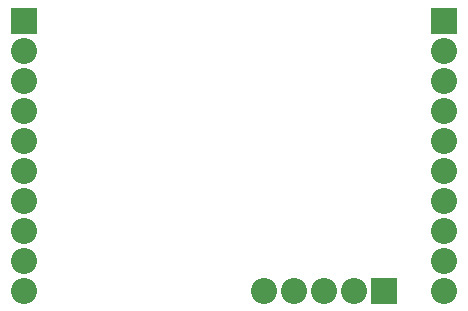
<source format=gbs>
G04 Layer_Color=16711935*
%FSLAX44Y44*%
%MOMM*%
G71*
G01*
G75*
%ADD61R,2.2032X2.2032*%
%ADD62C,2.2032*%
%ADD63R,2.2032X2.2032*%
D61*
X330200Y25400D02*
D03*
D62*
X304800D02*
D03*
X279400D02*
D03*
X254000D02*
D03*
X228600D02*
D03*
X381000D02*
D03*
Y50800D02*
D03*
Y76200D02*
D03*
Y101600D02*
D03*
Y127000D02*
D03*
Y228600D02*
D03*
Y203200D02*
D03*
Y177800D02*
D03*
Y152400D02*
D03*
X25400Y25400D02*
D03*
Y50800D02*
D03*
Y76200D02*
D03*
Y101600D02*
D03*
Y127000D02*
D03*
Y228600D02*
D03*
Y203200D02*
D03*
Y177800D02*
D03*
Y152400D02*
D03*
D63*
X381000Y254000D02*
D03*
X25400D02*
D03*
M02*

</source>
